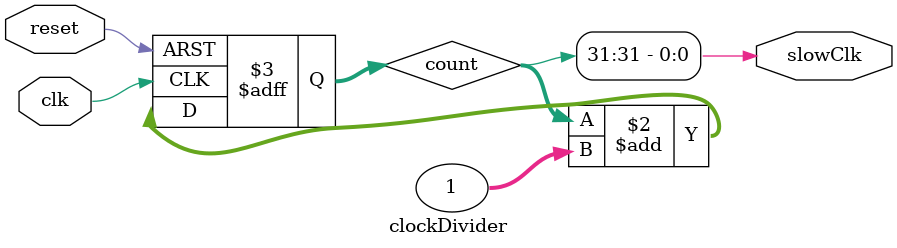
<source format=sv>
module clockDivider #(parameter WIDTH = 32, FREQUENCY_IN = 50000000, FREQUENCY_OUT = 1, MULTIPLIER = ((2**WIDTH)*FREQUENCY_OUT - 1)/FREQUENCY_IN + 1)
                     (input  logic clk, reset,
                      output logic slowClk);

  logic [WIDTH-1:0] count;

  always_ff @(posedge clk, posedge reset)
    if (reset)  count <= '0;
    else        count <= count + MULTIPLIER;
  
  assign slowClk = count[WIDTH-1];

endmodule

</source>
